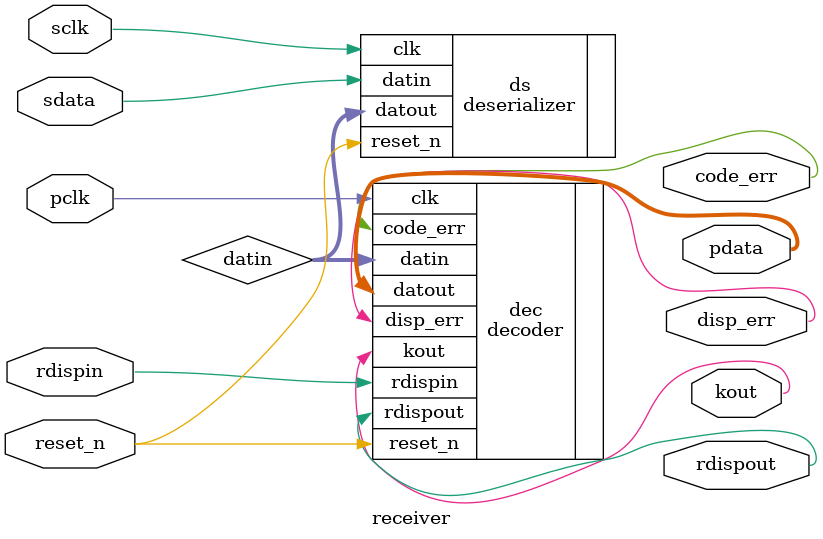
<source format=v>
module receiver (sclk, pclk, reset_n, sdata, rdispin, 
pdata, kout, code_err, rdispout, disp_err);
    input sclk, pclk, reset_n, rdispin;
    input sdata;
    output [7:0] pdata;
    output kout, code_err, rdispout, disp_err;

    wire [9:0] datin;

    decoder dec (
        .clk(pclk),
        .reset_n(reset_n),
        .datin(datin),
        .rdispin(rdispin),
        .datout(pdata),
        .kout(kout),
        .code_err(code_err),
        .rdispout(rdispout),
        .disp_err(disp_err)
    );

    deserializer ds (
        .clk(sclk),
        .reset_n(reset_n),
        .datin(sdata),
        .datout(datin)
    );

endmodule
</source>
